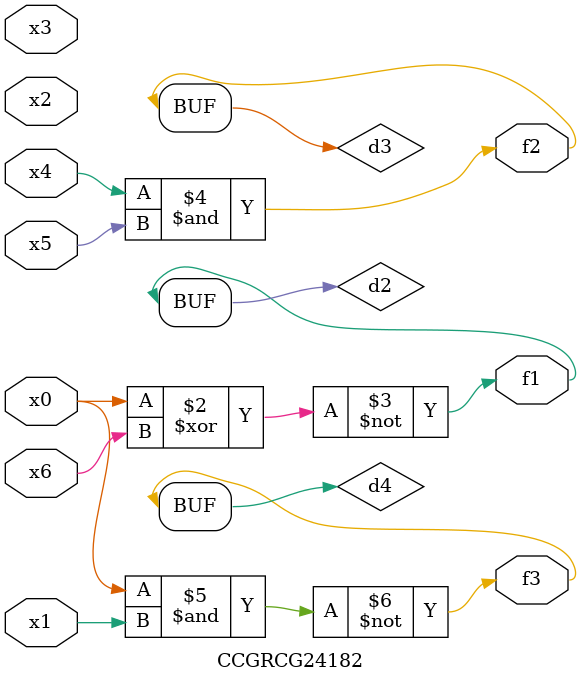
<source format=v>
module CCGRCG24182(
	input x0, x1, x2, x3, x4, x5, x6,
	output f1, f2, f3
);

	wire d1, d2, d3, d4;

	nor (d1, x0);
	xnor (d2, x0, x6);
	and (d3, x4, x5);
	nand (d4, x0, x1);
	assign f1 = d2;
	assign f2 = d3;
	assign f3 = d4;
endmodule

</source>
